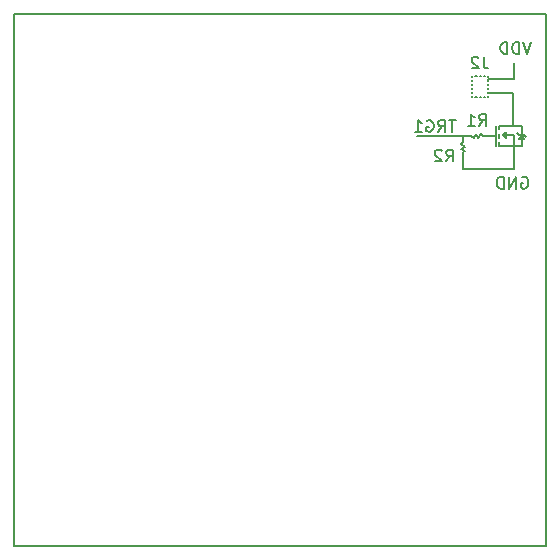
<source format=gbo>
G04 #@! TF.FileFunction,Legend,Bot*
%FSLAX46Y46*%
G04 Gerber Fmt 4.6, Leading zero omitted, Abs format (unit mm)*
G04 Created by KiCad (PCBNEW 4.0.7) date 03/30/18 18:11:17*
%MOMM*%
%LPD*%
G01*
G04 APERTURE LIST*
%ADD10C,0.100000*%
%ADD11C,0.200000*%
%ADD12C,0.150000*%
G04 APERTURE END LIST*
D10*
D11*
X163000000Y-40300000D02*
X159100000Y-40300000D01*
X161566666Y-42452381D02*
X161900000Y-41976190D01*
X162138095Y-42452381D02*
X162138095Y-41452381D01*
X161757142Y-41452381D01*
X161661904Y-41500000D01*
X161614285Y-41547619D01*
X161566666Y-41642857D01*
X161566666Y-41785714D01*
X161614285Y-41880952D01*
X161661904Y-41928571D01*
X161757142Y-41976190D01*
X162138095Y-41976190D01*
X161185714Y-41547619D02*
X161138095Y-41500000D01*
X161042857Y-41452381D01*
X160804761Y-41452381D01*
X160709523Y-41500000D01*
X160661904Y-41547619D01*
X160614285Y-41642857D01*
X160614285Y-41738095D01*
X160661904Y-41880952D01*
X161233333Y-42452381D01*
X160614285Y-42452381D01*
X164366666Y-39452381D02*
X164700000Y-38976190D01*
X164938095Y-39452381D02*
X164938095Y-38452381D01*
X164557142Y-38452381D01*
X164461904Y-38500000D01*
X164414285Y-38547619D01*
X164366666Y-38642857D01*
X164366666Y-38785714D01*
X164414285Y-38880952D01*
X164461904Y-38928571D01*
X164557142Y-38976190D01*
X164938095Y-38976190D01*
X163414285Y-39452381D02*
X163985714Y-39452381D01*
X163700000Y-39452381D02*
X163700000Y-38452381D01*
X163795238Y-38595238D01*
X163890476Y-38690476D01*
X163985714Y-38738095D01*
X167300000Y-43100000D02*
X163000000Y-43100000D01*
X163000000Y-41700000D02*
X163000000Y-43100000D01*
X163200000Y-41200000D02*
X162800000Y-41400000D01*
X162800000Y-41400000D02*
X163200000Y-41600000D01*
X163200000Y-41600000D02*
X163000000Y-41700000D01*
X162800000Y-41000000D02*
X163200000Y-41200000D01*
X163000000Y-40800000D02*
X162800000Y-41000000D01*
X163000000Y-40300000D02*
X163000000Y-40800000D01*
X163700000Y-40300000D02*
X163000000Y-40300000D01*
X164500000Y-40100000D02*
X164700000Y-40300000D01*
X163900000Y-40500000D02*
X163700000Y-40300000D01*
X164100000Y-40100000D02*
X163900000Y-40500000D01*
X164300000Y-40500000D02*
X164100000Y-40100000D01*
X164500000Y-40100000D02*
X164300000Y-40500000D01*
X162361905Y-38952381D02*
X161790476Y-38952381D01*
X162076191Y-39952381D02*
X162076191Y-38952381D01*
X160885714Y-39952381D02*
X161219048Y-39476190D01*
X161457143Y-39952381D02*
X161457143Y-38952381D01*
X161076190Y-38952381D01*
X160980952Y-39000000D01*
X160933333Y-39047619D01*
X160885714Y-39142857D01*
X160885714Y-39285714D01*
X160933333Y-39380952D01*
X160980952Y-39428571D01*
X161076190Y-39476190D01*
X161457143Y-39476190D01*
X159933333Y-39000000D02*
X160028571Y-38952381D01*
X160171428Y-38952381D01*
X160314286Y-39000000D01*
X160409524Y-39095238D01*
X160457143Y-39190476D01*
X160504762Y-39380952D01*
X160504762Y-39523810D01*
X160457143Y-39714286D01*
X160409524Y-39809524D01*
X160314286Y-39904762D01*
X160171428Y-39952381D01*
X160076190Y-39952381D01*
X159933333Y-39904762D01*
X159885714Y-39857143D01*
X159885714Y-39523810D01*
X160076190Y-39523810D01*
X158933333Y-39952381D02*
X159504762Y-39952381D01*
X159219048Y-39952381D02*
X159219048Y-38952381D01*
X159314286Y-39095238D01*
X159409524Y-39190476D01*
X159504762Y-39238095D01*
X167961904Y-43800000D02*
X168057142Y-43752381D01*
X168199999Y-43752381D01*
X168342857Y-43800000D01*
X168438095Y-43895238D01*
X168485714Y-43990476D01*
X168533333Y-44180952D01*
X168533333Y-44323810D01*
X168485714Y-44514286D01*
X168438095Y-44609524D01*
X168342857Y-44704762D01*
X168199999Y-44752381D01*
X168104761Y-44752381D01*
X167961904Y-44704762D01*
X167914285Y-44657143D01*
X167914285Y-44323810D01*
X168104761Y-44323810D01*
X167485714Y-44752381D02*
X167485714Y-43752381D01*
X166914285Y-44752381D01*
X166914285Y-43752381D01*
X166438095Y-44752381D02*
X166438095Y-43752381D01*
X166200000Y-43752381D01*
X166057142Y-43800000D01*
X165961904Y-43895238D01*
X165914285Y-43990476D01*
X165866666Y-44180952D01*
X165866666Y-44323810D01*
X165914285Y-44514286D01*
X165961904Y-44609524D01*
X166057142Y-44704762D01*
X166200000Y-44752381D01*
X166438095Y-44752381D01*
X168733333Y-32352381D02*
X168400000Y-33352381D01*
X168066666Y-32352381D01*
X167733333Y-33352381D02*
X167733333Y-32352381D01*
X167495238Y-32352381D01*
X167352380Y-32400000D01*
X167257142Y-32495238D01*
X167209523Y-32590476D01*
X167161904Y-32780952D01*
X167161904Y-32923810D01*
X167209523Y-33114286D01*
X167257142Y-33209524D01*
X167352380Y-33304762D01*
X167495238Y-33352381D01*
X167733333Y-33352381D01*
X166733333Y-33352381D02*
X166733333Y-32352381D01*
X166495238Y-32352381D01*
X166352380Y-32400000D01*
X166257142Y-32495238D01*
X166209523Y-32590476D01*
X166161904Y-32780952D01*
X166161904Y-32923810D01*
X166209523Y-33114286D01*
X166257142Y-33209524D01*
X166352380Y-33304762D01*
X166495238Y-33352381D01*
X166733333Y-33352381D01*
X164733333Y-33585509D02*
X164733333Y-34299795D01*
X164780953Y-34442652D01*
X164876191Y-34537890D01*
X165019048Y-34585509D01*
X165114286Y-34585509D01*
X164304762Y-33680747D02*
X164257143Y-33633128D01*
X164161905Y-33585509D01*
X163923809Y-33585509D01*
X163828571Y-33633128D01*
X163780952Y-33680747D01*
X163733333Y-33775985D01*
X163733333Y-33871223D01*
X163780952Y-34014080D01*
X164352381Y-34585509D01*
X163733333Y-34585509D01*
X164750000Y-35233128D02*
X164850000Y-35233128D01*
X164400000Y-35233128D02*
X164500000Y-35233128D01*
X164050000Y-35233128D02*
X164150000Y-35233128D01*
X163800000Y-35283128D02*
X163800000Y-35233128D01*
X163800000Y-35633128D02*
X163800000Y-35533128D01*
X163800000Y-35983128D02*
X163800000Y-35883128D01*
X163800000Y-36333128D02*
X163800000Y-36233128D01*
X163800000Y-36683128D02*
X163800000Y-36583128D01*
X163800000Y-36983128D02*
X163800000Y-36933128D01*
X165100000Y-36233128D02*
X165100000Y-36333128D01*
X165100000Y-36933128D02*
X165100000Y-36983128D01*
X165100000Y-36583128D02*
X165100000Y-36683128D01*
X165100000Y-35533128D02*
X165100000Y-35633128D01*
X165100000Y-35233128D02*
X165100000Y-35283128D01*
X164150000Y-36983128D02*
X164050000Y-36983128D01*
X164500000Y-36983128D02*
X164400000Y-36983128D01*
X164850000Y-36983128D02*
X164750000Y-36983128D01*
X165100000Y-35883128D02*
X165100000Y-35983128D01*
X167300000Y-35500000D02*
X167300000Y-34100000D01*
X165100000Y-35500000D02*
X167300000Y-35500000D01*
X167200000Y-36700000D02*
X165100000Y-36700000D01*
X167200000Y-39400000D02*
X167200000Y-36700000D01*
X167950000Y-39433128D02*
X167300000Y-39433128D01*
X167950000Y-40233128D02*
X167950000Y-39433128D01*
X168200000Y-40233128D02*
X168350000Y-40383128D01*
X167700000Y-40233128D02*
X168200000Y-40233128D01*
X167700000Y-40233128D02*
X167550000Y-40083128D01*
X167950000Y-40233128D02*
X167800000Y-40233128D01*
X168200000Y-40583128D02*
X167950000Y-40583128D01*
X167950000Y-40283128D02*
X168200000Y-40583128D01*
X167700000Y-40583128D02*
X167950000Y-40283128D01*
X167950000Y-40583128D02*
X167700000Y-40583128D01*
X167950000Y-41133128D02*
X167950000Y-40583128D01*
X167250000Y-41133128D02*
X167950000Y-41133128D01*
X166650000Y-39983128D02*
X166650000Y-40483128D01*
X166400000Y-40233128D02*
X166650000Y-40483128D01*
X166650000Y-39983128D02*
X166400000Y-40233128D01*
X167300000Y-40233128D02*
X166400000Y-40233128D01*
X167300000Y-41133128D02*
X167300000Y-40233128D01*
X165700000Y-40300000D02*
X164700000Y-40300000D01*
X165750000Y-39433128D02*
X165750000Y-41133128D01*
X167300000Y-41133128D02*
X167300000Y-43100000D01*
X166050000Y-41133128D02*
X167300000Y-41133128D01*
X166050000Y-40833128D02*
X166050000Y-41133128D01*
X166050000Y-40133128D02*
X166050000Y-40433128D01*
X166050000Y-39433128D02*
X166050000Y-39733128D01*
X167300000Y-39433128D02*
X166050000Y-39433128D01*
D12*
X125000000Y-75000000D02*
X125000000Y-30000000D01*
X170000000Y-75000000D02*
X125000000Y-75000000D01*
X170000000Y-30000000D02*
X170000000Y-75000000D01*
X125000000Y-30000000D02*
X170000000Y-30000000D01*
M02*

</source>
